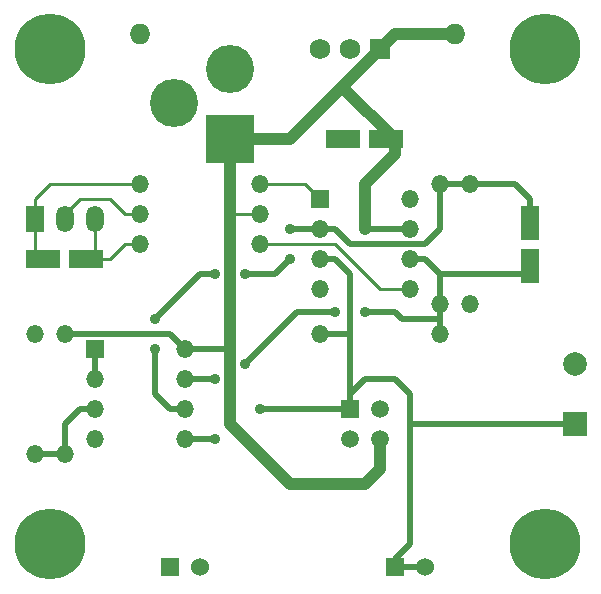
<source format=gtl>
G04 (created by PCBNEW (2013-07-07 BZR 4022)-stable) date Wed 10 May 2017 02:19:22 AM CDT*
%MOIN*%
G04 Gerber Fmt 3.4, Leading zero omitted, Abs format*
%FSLAX34Y34*%
G01*
G70*
G90*
G04 APERTURE LIST*
%ADD10C,0.00590551*%
%ADD11R,0.059X0.059*%
%ADD12O,0.059X0.059*%
%ADD13R,0.16X0.16*%
%ADD14C,0.16*%
%ADD15O,0.059X0.0885*%
%ADD16R,0.059X0.0885*%
%ADD17O,0.069X0.069*%
%ADD18C,0.23622*%
%ADD19R,0.069X0.069*%
%ADD20C,0.069*%
%ADD21C,0.059*%
%ADD22R,0.059X0.114*%
%ADD23R,0.114X0.059*%
%ADD24R,0.079X0.079*%
%ADD25C,0.079*%
%ADD26R,0.06X0.06*%
%ADD27C,0.06*%
%ADD28C,0.035*%
%ADD29C,0.01*%
%ADD30C,0.02*%
%ADD31C,0.04*%
G04 APERTURE END LIST*
G54D10*
G54D11*
X78000Y-41000D03*
G54D12*
X78000Y-42000D03*
X78000Y-43000D03*
X78000Y-44000D03*
X81000Y-44000D03*
X81000Y-43000D03*
X81000Y-41000D03*
X81000Y-42000D03*
X82000Y-45500D03*
X78000Y-45500D03*
X82000Y-44500D03*
X82000Y-40500D03*
X83000Y-40500D03*
X83000Y-44500D03*
X72000Y-40500D03*
X76000Y-40500D03*
X72000Y-42500D03*
X76000Y-42500D03*
X76000Y-41500D03*
X72000Y-41500D03*
G54D13*
X75000Y-39000D03*
G54D14*
X75000Y-36650D03*
X73150Y-37800D03*
G54D15*
X69500Y-41647D03*
X70500Y-41647D03*
G54D16*
X68500Y-41647D03*
G54D17*
X72000Y-35500D03*
X82500Y-35500D03*
G54D18*
X69000Y-36000D03*
X85500Y-36000D03*
X69000Y-52500D03*
X85500Y-52500D03*
G54D19*
X80000Y-36000D03*
G54D20*
X78000Y-36000D03*
X79000Y-36000D03*
G54D11*
X79000Y-48000D03*
G54D21*
X80000Y-49000D03*
X80000Y-48000D03*
X79000Y-49000D03*
G54D22*
X85000Y-43225D03*
X85000Y-41775D03*
G54D23*
X80225Y-39000D03*
X78775Y-39000D03*
X70225Y-43000D03*
X68775Y-43000D03*
G54D12*
X69500Y-45500D03*
X69500Y-49500D03*
X68500Y-49500D03*
X68500Y-45500D03*
G54D11*
X70500Y-46000D03*
G54D12*
X70500Y-47000D03*
X70500Y-48000D03*
X70500Y-49000D03*
X73500Y-49000D03*
X73500Y-48000D03*
X73500Y-46000D03*
X73500Y-47000D03*
G54D24*
X86500Y-48500D03*
G54D25*
X86500Y-46500D03*
G54D26*
X80500Y-53250D03*
G54D27*
X81500Y-53250D03*
G54D26*
X73000Y-53250D03*
G54D27*
X74000Y-53250D03*
G54D28*
X76000Y-48000D03*
X74500Y-49000D03*
X77000Y-42000D03*
X77000Y-43000D03*
X75500Y-43500D03*
X74500Y-43500D03*
X72500Y-45000D03*
X72500Y-46000D03*
X79500Y-44750D03*
X78500Y-44750D03*
X75500Y-46500D03*
X74500Y-47000D03*
G54D29*
X72000Y-42500D02*
X71500Y-42500D01*
X71000Y-43000D02*
X70500Y-43000D01*
X71500Y-42500D02*
X71000Y-43000D01*
X70500Y-41500D02*
X70500Y-43000D01*
X72000Y-40500D02*
X69000Y-40500D01*
X68500Y-41000D02*
X68500Y-41500D01*
X69000Y-40500D02*
X68500Y-41000D01*
X68500Y-41500D02*
X68500Y-43000D01*
X72000Y-41500D02*
X71500Y-41500D01*
X70000Y-41000D02*
X69500Y-41500D01*
X70500Y-41000D02*
X70000Y-41000D01*
X71000Y-41000D02*
X70500Y-41000D01*
X71500Y-41500D02*
X71000Y-41000D01*
G54D30*
X70500Y-46000D02*
X70500Y-47000D01*
X69500Y-49500D02*
X69500Y-48500D01*
X70000Y-48000D02*
X70500Y-48000D01*
X69500Y-48500D02*
X70000Y-48000D01*
X68500Y-49500D02*
X69500Y-49500D01*
X73500Y-49000D02*
X74500Y-49000D01*
X76000Y-48000D02*
X79000Y-48000D01*
X78000Y-45500D02*
X79000Y-45500D01*
X78000Y-43000D02*
X78500Y-43000D01*
X79000Y-43500D02*
X79000Y-45500D01*
X79000Y-45500D02*
X79000Y-48000D01*
X78500Y-43000D02*
X79000Y-43500D01*
X86500Y-48500D02*
X81000Y-48500D01*
X80500Y-53250D02*
X81500Y-53250D01*
X79000Y-48000D02*
X79000Y-47500D01*
X81000Y-48000D02*
X81000Y-48500D01*
X81000Y-47500D02*
X81000Y-48000D01*
X80500Y-47000D02*
X81000Y-47500D01*
X80000Y-47000D02*
X80500Y-47000D01*
X79500Y-47000D02*
X80000Y-47000D01*
X79000Y-47500D02*
X79500Y-47000D01*
X80500Y-53000D02*
X80500Y-53250D01*
X81000Y-52500D02*
X80500Y-53000D01*
X81000Y-48500D02*
X81000Y-52500D01*
X73500Y-48000D02*
X73000Y-48000D01*
X77000Y-42000D02*
X78000Y-42000D01*
X76500Y-43500D02*
X77000Y-43000D01*
X75500Y-43500D02*
X76500Y-43500D01*
X74000Y-43500D02*
X74500Y-43500D01*
X72500Y-45000D02*
X74000Y-43500D01*
X72500Y-47500D02*
X72500Y-46000D01*
X73000Y-48000D02*
X72500Y-47500D01*
X78000Y-42000D02*
X78500Y-42000D01*
X82000Y-42000D02*
X82000Y-40500D01*
X81500Y-42500D02*
X82000Y-42000D01*
X79500Y-42500D02*
X81500Y-42500D01*
X79000Y-42500D02*
X79500Y-42500D01*
X78500Y-42000D02*
X79000Y-42500D01*
X85000Y-41500D02*
X85000Y-41000D01*
X84500Y-40500D02*
X83000Y-40500D01*
X85000Y-41000D02*
X84500Y-40500D01*
X82000Y-40500D02*
X83000Y-40500D01*
X73500Y-47000D02*
X74500Y-47000D01*
X80750Y-45000D02*
X82000Y-45000D01*
X80500Y-44750D02*
X80750Y-45000D01*
X80250Y-44750D02*
X80500Y-44750D01*
X79500Y-44750D02*
X80250Y-44750D01*
X77250Y-44750D02*
X78500Y-44750D01*
X75500Y-46500D02*
X77250Y-44750D01*
X82000Y-45500D02*
X82000Y-45000D01*
X82000Y-45000D02*
X82000Y-44500D01*
X85000Y-43500D02*
X82000Y-43500D01*
X81000Y-43000D02*
X81500Y-43000D01*
X82000Y-43500D02*
X82000Y-44500D01*
X81500Y-43000D02*
X82000Y-43500D01*
G54D29*
X76000Y-40500D02*
X77500Y-40500D01*
X77500Y-40500D02*
X78000Y-41000D01*
X81000Y-44000D02*
X80000Y-44000D01*
X77000Y-42500D02*
X76000Y-42500D01*
X78000Y-42500D02*
X77000Y-42500D01*
X78500Y-42500D02*
X78000Y-42500D01*
X79000Y-43000D02*
X78500Y-42500D01*
X79500Y-43500D02*
X79000Y-43000D01*
X80000Y-44000D02*
X79500Y-43500D01*
G54D31*
X78750Y-37250D02*
X80000Y-36000D01*
X82500Y-35500D02*
X80500Y-35500D01*
X80500Y-35500D02*
X80000Y-36000D01*
G54D29*
X76000Y-41500D02*
X75000Y-41500D01*
G54D30*
X73500Y-46000D02*
X75000Y-46000D01*
G54D31*
X75000Y-39000D02*
X75000Y-40500D01*
X75000Y-40500D02*
X75000Y-41500D01*
X75000Y-41500D02*
X75000Y-46000D01*
X80000Y-50000D02*
X80000Y-49000D01*
X75000Y-46000D02*
X75000Y-48500D01*
X75000Y-48500D02*
X77000Y-50500D01*
X77000Y-50500D02*
X79500Y-50500D01*
X79500Y-50500D02*
X80000Y-50000D01*
G54D30*
X69500Y-45500D02*
X71500Y-45500D01*
X73000Y-45500D02*
X73500Y-46000D01*
X71500Y-45500D02*
X73000Y-45500D01*
X81000Y-42000D02*
X79500Y-42000D01*
G54D31*
X80500Y-39500D02*
X79500Y-40500D01*
X79500Y-40500D02*
X79500Y-42000D01*
X80500Y-39500D02*
X80500Y-39000D01*
X80500Y-39000D02*
X78750Y-37250D01*
X77000Y-39000D02*
X75000Y-39000D01*
X78750Y-37250D02*
X77000Y-39000D01*
M02*

</source>
